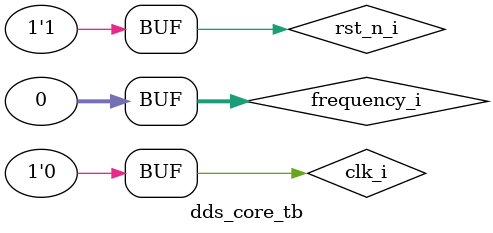
<source format=v>
`timescale 1ns/1ns
module dds_core_tb;




  //Ports
  reg clk_i;
  reg rst_n_i;
  reg [31:0] frequency_i;
  wire signed [7:0] dds_wave;
  wire [31:0] dds_phase;
  wire dds_wave_valid;

initial begin
clk_i = 1'b0;
rst_n_i = 1'b0;
frequency_i = 32'h00000;
#100
rst_n_i = 1'b1;

end


  dds_core  dds_core_inst (
    .clk_i(clk_i),
    .rst_n_i(rst_n_i),
    .frequency_i(frequency_i),
    .dds_wave(dds_wave),
    .dds_phase(dds_phase),
    .dds_wave_valid(dds_wave_valid)
  );

//always #5  clk = ! clk ;

endmodule
</source>
